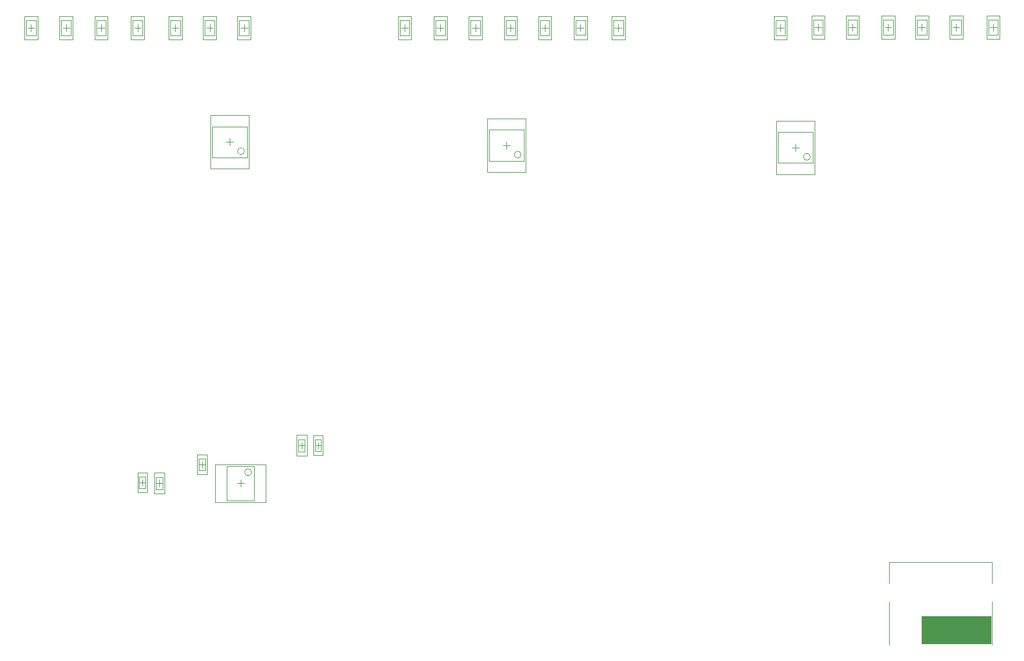
<source format=gm1>
G04*
G04 #@! TF.GenerationSoftware,Altium Limited,Altium Designer,19.1.8 (144)*
G04*
G04 Layer_Color=16711935*
%FSLAX25Y25*%
%MOIN*%
G70*
G01*
G75*
%ADD12C,0.00394*%
%ADD13R,0.40158X0.15945*%
%ADD14C,0.00197*%
D12*
X611909Y131791D02*
Y156398D01*
X670768Y131693D02*
Y156496D01*
X611909Y179134D02*
X670768D01*
X611909Y167224D02*
Y179134D01*
X670768Y167224D02*
Y179134D01*
X611909Y131791D02*
Y156398D01*
X670768Y131693D02*
Y156496D01*
X611909Y179134D02*
X670768D01*
X611909Y167224D02*
Y179134D01*
X670768Y167224D02*
Y179134D01*
X566732Y411614D02*
G03*
X566732Y411614I-1969J0D01*
G01*
X400984Y412795D02*
G03*
X400984Y412795I-1969J0D01*
G01*
X242323Y414764D02*
G03*
X242323Y414764I-1969J0D01*
G01*
X246457Y230709D02*
G03*
X246457Y230709I-1969J0D01*
G01*
X647638Y481595D02*
Y490059D01*
X653150Y481595D02*
Y490059D01*
X647638D02*
X653150D01*
X647638Y481595D02*
X653150D01*
X627953D02*
Y490059D01*
X633465Y481595D02*
Y490059D01*
X627953D02*
X633465D01*
X627953Y481595D02*
X633465D01*
X608661D02*
Y490059D01*
X614173Y481595D02*
Y490059D01*
X608661D02*
X614173D01*
X608661Y481595D02*
X614173D01*
X588189D02*
Y490059D01*
X593701Y481595D02*
Y490059D01*
X588189D02*
X593701D01*
X588189Y481595D02*
X593701D01*
X568504D02*
Y490059D01*
X574016Y481595D02*
Y490059D01*
X568504D02*
X574016D01*
X568504Y481595D02*
X574016D01*
X546850Y481201D02*
Y489665D01*
X552362Y481201D02*
Y489665D01*
X546850D02*
X552362D01*
X546850Y481201D02*
X552362D01*
X668898Y481595D02*
Y490059D01*
X674409Y481595D02*
Y490059D01*
X668898D02*
X674409D01*
X668898Y481595D02*
X674409D01*
X548228Y408071D02*
X568307D01*
X548228Y425787D02*
X568307D01*
Y408071D02*
Y425787D01*
X548228Y408071D02*
Y425787D01*
X372047Y481201D02*
Y489665D01*
X377559Y481201D02*
Y489665D01*
X372047D02*
X377559D01*
X372047Y481201D02*
X377559D01*
X392126D02*
Y489665D01*
X397638Y481201D02*
Y489665D01*
X392126D02*
X397638D01*
X392126Y481201D02*
X397638D01*
X411811D02*
Y489665D01*
X417323Y481201D02*
Y489665D01*
X411811D02*
X417323D01*
X411811Y481201D02*
X417323D01*
X351969D02*
Y489665D01*
X357480Y481201D02*
Y489665D01*
X351969D02*
X357480D01*
X351969Y481201D02*
X357480D01*
X331496D02*
Y489665D01*
X337008Y481201D02*
Y489665D01*
X331496D02*
X337008D01*
X331496Y481201D02*
X337008D01*
X432283Y481299D02*
Y489764D01*
X437795Y481299D02*
Y489764D01*
X432283D02*
X437795D01*
X432283Y481299D02*
X437795D01*
X453937Y481201D02*
Y489665D01*
X459449Y481201D02*
Y489665D01*
X453937D02*
X459449D01*
X453937Y481201D02*
X459449D01*
X382480Y409252D02*
X402559D01*
X382480Y426968D02*
X402559D01*
Y409252D02*
Y426968D01*
X382480Y409252D02*
Y426968D01*
X223819Y411221D02*
X243898D01*
X223819Y428937D02*
X243898D01*
Y411221D02*
Y428937D01*
X223819Y411221D02*
Y428937D01*
X117323Y481201D02*
Y489665D01*
X122835Y481201D02*
Y489665D01*
X117323D02*
X122835D01*
X117323Y481201D02*
X122835D01*
X137402D02*
Y489665D01*
X142913Y481201D02*
Y489665D01*
X137402D02*
X142913D01*
X137402Y481201D02*
X142913D01*
X157480D02*
Y489665D01*
X162992Y481201D02*
Y489665D01*
X157480D02*
X162992D01*
X157480Y481201D02*
X162992D01*
X178347D02*
Y489665D01*
X183858Y481201D02*
Y489665D01*
X178347D02*
X183858D01*
X178347Y481201D02*
X183858D01*
X200000D02*
Y489665D01*
X205512Y481201D02*
Y489665D01*
X200000D02*
X205512D01*
X200000Y481201D02*
X205512D01*
X219685D02*
Y489665D01*
X225197Y481201D02*
Y489665D01*
X219685D02*
X225197D01*
X219685Y481201D02*
X225197D01*
X239370D02*
X244882D01*
X239370Y489665D02*
X244882D01*
Y481201D02*
Y489665D01*
X239370Y481201D02*
Y489665D01*
X277067Y242618D02*
Y249508D01*
X273327Y242618D02*
Y249508D01*
Y242618D02*
X277067D01*
X273327Y249508D02*
X277067D01*
X282874Y242717D02*
X286417D01*
X282874Y249410D02*
X286417D01*
Y242717D02*
Y249410D01*
X282874Y242717D02*
Y249410D01*
X182087Y221457D02*
X185630D01*
X182087Y228150D02*
X185630D01*
Y221457D02*
Y228150D01*
X182087Y221457D02*
Y228150D01*
X216339Y231693D02*
X219882D01*
X216339Y238386D02*
X219882D01*
Y231693D02*
Y238386D01*
X216339Y231693D02*
Y238386D01*
X191732Y220866D02*
X195669D01*
X191732Y227953D02*
X195669D01*
Y220866D02*
Y227953D01*
X191732Y220866D02*
Y227953D01*
X232283Y214567D02*
X248031D01*
X232283Y234252D02*
X248031D01*
X232283Y214567D02*
Y234252D01*
X248031Y214567D02*
Y234252D01*
X648425Y485827D02*
X652362D01*
X650394Y483858D02*
Y487795D01*
X628740Y485827D02*
X632677D01*
X630709Y483858D02*
Y487795D01*
X609449Y485827D02*
X613386D01*
X611417Y483858D02*
Y487795D01*
X588976Y485827D02*
X592913D01*
X590945Y483858D02*
Y487795D01*
X569291Y485827D02*
X573228D01*
X571260Y483858D02*
Y487795D01*
X547638Y485433D02*
X551575D01*
X549606Y483465D02*
Y487402D01*
X669685Y485827D02*
X673622D01*
X671654Y483858D02*
Y487795D01*
X558268Y414961D02*
Y418898D01*
X556299Y416929D02*
X560236D01*
X372835Y485433D02*
X376772D01*
X374803Y483465D02*
Y487402D01*
X392913Y485433D02*
X396850D01*
X394882Y483465D02*
Y487402D01*
X412598Y485433D02*
X416535D01*
X414567Y483465D02*
Y487402D01*
X352756Y485433D02*
X356693D01*
X354724Y483465D02*
Y487402D01*
X332283Y485433D02*
X336221D01*
X334252Y483465D02*
Y487402D01*
X433071Y485532D02*
X437008D01*
X435039Y483563D02*
Y487500D01*
X454724Y485433D02*
X458661D01*
X456693Y483465D02*
Y487402D01*
X392520Y416142D02*
Y420079D01*
X390551Y418110D02*
X394488D01*
X233858D02*
Y422047D01*
X231890Y420079D02*
X235827D01*
X118110Y485433D02*
X122047D01*
X120079Y483465D02*
Y487402D01*
X138189Y485433D02*
X142126D01*
X140157Y483465D02*
Y487402D01*
X158268Y485433D02*
X162205D01*
X160236Y483465D02*
Y487402D01*
X179134Y485433D02*
X183071D01*
X181102Y483465D02*
Y487402D01*
X200787Y485433D02*
X204724D01*
X202756Y483465D02*
Y487402D01*
X220472Y485433D02*
X224410D01*
X222441Y483465D02*
Y487402D01*
X242126Y483465D02*
Y487402D01*
X240158Y485433D02*
X244094D01*
X273327Y246063D02*
X277067D01*
X275197Y244193D02*
Y247933D01*
X284646Y244291D02*
Y247835D01*
X282874Y246063D02*
X286417D01*
X183858Y223031D02*
Y226575D01*
X182087Y224803D02*
X185630D01*
X218110Y233268D02*
Y236811D01*
X216339Y235039D02*
X219882D01*
X193701Y222441D02*
Y226378D01*
X191732Y224410D02*
X195669D01*
X240158Y222441D02*
Y226378D01*
X238189Y224410D02*
X242126D01*
D13*
X650591Y140256D02*
D03*
D03*
D14*
X646654Y479134D02*
Y492520D01*
X654134Y479134D02*
Y492520D01*
X646654D02*
X654134D01*
X646654Y479134D02*
X654134D01*
X626968D02*
Y492520D01*
X634449Y479134D02*
Y492520D01*
X626968D02*
X634449D01*
X626968Y479134D02*
X634449D01*
X607677D02*
Y492520D01*
X615158Y479134D02*
Y492520D01*
X607677D02*
X615158D01*
X607677Y479134D02*
X615158D01*
X587205D02*
Y492520D01*
X594685Y479134D02*
Y492520D01*
X587205D02*
X594685D01*
X587205Y479134D02*
X594685D01*
X567520D02*
Y492520D01*
X575000Y479134D02*
Y492520D01*
X567520D02*
X575000D01*
X567520Y479134D02*
X575000D01*
X545866Y478740D02*
Y492126D01*
X553346Y478740D02*
Y492126D01*
X545866D02*
X553346D01*
X545866Y478740D02*
X553346D01*
X667913Y479134D02*
Y492520D01*
X675394Y479134D02*
Y492520D01*
X667913D02*
X675394D01*
X667913Y479134D02*
X675394D01*
X547244Y401575D02*
X569291D01*
X547244Y432283D02*
X569291D01*
Y401575D02*
Y432283D01*
X547244Y401575D02*
Y432283D01*
X371063Y478740D02*
Y492126D01*
X378543Y478740D02*
Y492126D01*
X371063D02*
X378543D01*
X371063Y478740D02*
X378543D01*
X391142D02*
Y492126D01*
X398622Y478740D02*
Y492126D01*
X391142D02*
X398622D01*
X391142Y478740D02*
X398622D01*
X410827D02*
Y492126D01*
X418307Y478740D02*
Y492126D01*
X410827D02*
X418307D01*
X410827Y478740D02*
X418307D01*
X350984D02*
Y492126D01*
X358465Y478740D02*
Y492126D01*
X350984D02*
X358465D01*
X350984Y478740D02*
X358465D01*
X330512D02*
Y492126D01*
X337992Y478740D02*
Y492126D01*
X330512D02*
X337992D01*
X330512Y478740D02*
X337992D01*
X431299Y478839D02*
Y492224D01*
X438779Y478839D02*
Y492224D01*
X431299D02*
X438779D01*
X431299Y478839D02*
X438779D01*
X452953Y478740D02*
Y492126D01*
X460433Y478740D02*
Y492126D01*
X452953D02*
X460433D01*
X452953Y478740D02*
X460433D01*
X381496Y402756D02*
X403543D01*
X381496Y433465D02*
X403543D01*
Y402756D02*
Y433465D01*
X381496Y402756D02*
Y433465D01*
X222835Y404724D02*
X244882D01*
X222835Y435433D02*
X244882D01*
Y404724D02*
Y435433D01*
X222835Y404724D02*
Y435433D01*
X116339Y478740D02*
Y492126D01*
X123819Y478740D02*
Y492126D01*
X116339D02*
X123819D01*
X116339Y478740D02*
X123819D01*
X136417D02*
Y492126D01*
X143898Y478740D02*
Y492126D01*
X136417D02*
X143898D01*
X136417Y478740D02*
X143898D01*
X156496D02*
Y492126D01*
X163976Y478740D02*
Y492126D01*
X156496D02*
X163976D01*
X156496Y478740D02*
X163976D01*
X177362D02*
Y492126D01*
X184843Y478740D02*
Y492126D01*
X177362D02*
X184843D01*
X177362Y478740D02*
X184843D01*
X199016D02*
Y492126D01*
X206496Y478740D02*
Y492126D01*
X199016D02*
X206496D01*
X199016Y478740D02*
X206496D01*
X218701D02*
Y492126D01*
X226181Y478740D02*
Y492126D01*
X218701D02*
X226181D01*
X218701Y478740D02*
X226181D01*
X238386D02*
X245866D01*
X238386Y492126D02*
X245866D01*
Y478740D02*
Y492126D01*
X238386Y478740D02*
Y492126D01*
X278150Y240158D02*
Y251969D01*
X272244Y240158D02*
Y251969D01*
Y240158D02*
X278150D01*
X272244Y251969D02*
X278150D01*
X281890Y240354D02*
X287402D01*
X281890Y251772D02*
X287402D01*
Y240354D02*
Y251772D01*
X281890Y240354D02*
Y251772D01*
X181102Y219094D02*
X186614D01*
X181102Y230512D02*
X186614D01*
Y219094D02*
Y230512D01*
X181102Y219094D02*
Y230512D01*
X215354Y229331D02*
X220866D01*
X215354Y240748D02*
X220866D01*
Y229331D02*
Y240748D01*
X215354Y229331D02*
Y240748D01*
X190748Y218504D02*
X196653D01*
X190748Y230315D02*
X196653D01*
Y218504D02*
Y230315D01*
X190748Y218504D02*
Y230315D01*
X225590Y213583D02*
X254724D01*
X225590Y235236D02*
X254724D01*
X225590Y213583D02*
Y235236D01*
X254724Y213583D02*
Y235236D01*
M02*

</source>
